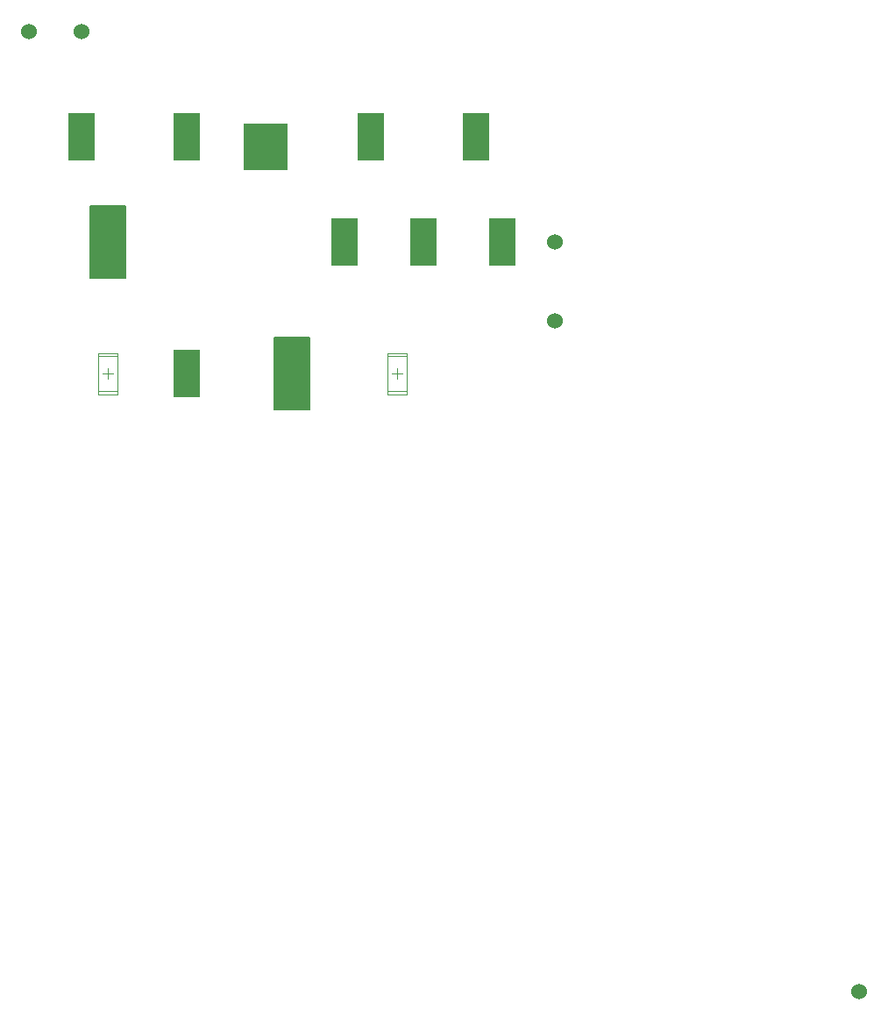
<source format=gbl>
G04*
G04 #@! TF.GenerationSoftware,Altium Limited,Altium Designer,22.0.2 (36)*
G04*
G04 Layer_Physical_Order=2*
G04 Layer_Color=16711680*
%FSLAX44Y44*%
%MOMM*%
G71*
G04*
G04 #@! TF.SameCoordinates,7D36B465-A226-4CCE-8017-CD82C348BD42*
G04*
G04*
G04 #@! TF.FilePolarity,Positive*
G04*
G01*
G75*
%ADD10C,0.1524*%
%ADD13C,0.0000*%
%ADD14C,0.0254*%
%ADD15C,0.1000*%
%ADD23C,1.5240*%
G36*
X1587360Y586994D02*
X1562240D01*
Y632206D01*
X1587360D01*
Y586994D01*
D02*
G37*
G36*
X1485760D02*
X1460640D01*
Y632206D01*
X1485760D01*
Y586994D01*
D02*
G37*
G36*
X1307960D02*
X1282840D01*
Y632206D01*
X1307960D01*
Y586994D01*
D02*
G37*
G36*
X1206360D02*
X1181240D01*
Y632206D01*
X1206360D01*
Y586994D01*
D02*
G37*
G36*
X1392936Y577596D02*
X1350264D01*
Y622300D01*
X1392936D01*
Y577596D01*
D02*
G37*
G36*
X1612760Y485394D02*
X1587640D01*
Y530606D01*
X1612760D01*
Y485394D01*
D02*
G37*
G36*
X1536560D02*
X1511440D01*
Y530606D01*
X1536560D01*
Y485394D01*
D02*
G37*
G36*
X1460360D02*
X1435240D01*
Y530606D01*
X1460360D01*
Y485394D01*
D02*
G37*
G36*
X1235837Y473456D02*
X1202563D01*
Y542544D01*
X1235837D01*
Y473456D01*
D02*
G37*
G36*
X1307960Y358394D02*
X1282840D01*
Y403606D01*
X1307960D01*
Y358394D01*
D02*
G37*
G36*
X1413637Y346456D02*
X1380363D01*
Y415544D01*
X1413637D01*
Y346456D01*
D02*
G37*
D10*
X1205090Y588264D02*
Y630936D01*
X1182510D02*
X1205090D01*
X1182510Y588264D02*
Y630936D01*
Y588264D02*
X1205090D01*
X1357116Y581406D02*
X1386084D01*
X1357116D02*
Y590423D01*
X1386084Y581406D02*
Y590423D01*
X1354074D02*
X1357116D01*
X1386084D02*
X1389126D01*
Y609473D01*
X1376934D02*
X1389126D01*
X1376934D02*
Y618490D01*
X1366266D02*
X1376934D01*
X1366266Y609473D02*
Y618490D01*
X1354074Y609473D02*
X1366266D01*
X1354074Y590423D02*
Y609473D01*
X1202563Y473456D02*
X1235837D01*
X1202563D02*
Y542544D01*
X1235837D01*
Y473456D02*
Y542544D01*
X1306690Y588264D02*
Y630936D01*
X1284110D02*
X1306690D01*
X1284110Y588264D02*
Y630936D01*
Y588264D02*
X1306690D01*
X1586090D02*
Y630936D01*
X1563510D02*
X1586090D01*
X1563510Y588264D02*
Y630936D01*
Y588264D02*
X1586090D01*
X1484490D02*
Y630936D01*
X1461910D02*
X1484490D01*
X1461910Y588264D02*
Y630936D01*
Y588264D02*
X1484490D01*
X1611490Y486664D02*
Y529336D01*
X1588910D02*
X1611490D01*
X1588910Y486664D02*
Y529336D01*
Y486664D02*
X1611490D01*
X1535290D02*
Y529336D01*
X1512710D02*
X1535290D01*
X1512710Y486664D02*
Y529336D01*
Y486664D02*
X1535290D01*
X1459090D02*
Y529336D01*
X1436510D02*
X1459090D01*
X1436510Y486664D02*
Y529336D01*
Y486664D02*
X1459090D01*
X1380363Y346456D02*
X1413637D01*
X1380363D02*
Y415544D01*
X1413637D01*
Y346456D02*
Y415544D01*
X1306690Y359664D02*
Y402336D01*
X1284110D02*
X1306690D01*
X1284110Y359664D02*
Y402336D01*
Y359664D02*
X1306690D01*
D13*
X1360424Y595503D02*
G03*
X1360424Y595503I-1270J0D01*
G01*
X1219962Y485394D02*
G03*
X1219962Y485394I-762J0D01*
G01*
X1397762Y358394D02*
G03*
X1397762Y358394I-762J0D01*
G01*
D14*
X1185050Y592836D02*
X1202550D01*
X1185050D02*
Y626364D01*
X1202550D01*
Y592836D02*
Y626364D01*
X1185050Y620776D02*
Y626364D01*
X1202550D01*
Y620776D02*
Y626364D01*
X1185050Y620776D02*
X1202550D01*
Y592836D02*
Y598424D01*
X1185050Y592836D02*
X1202550D01*
X1185050D02*
Y598424D01*
X1202550D01*
X1356614Y592963D02*
Y606933D01*
X1386586D01*
Y592963D02*
Y606933D01*
X1356614Y592963D02*
X1386586D01*
X1369060Y606933D02*
Y612394D01*
X1374140D01*
Y606933D02*
Y612394D01*
X1369060Y606933D02*
X1374140D01*
X1383290Y587502D02*
Y592963D01*
X1378210Y587502D02*
X1383290D01*
X1378210D02*
Y592963D01*
X1383290D01*
X1364990Y587502D02*
Y592963D01*
X1359910Y587502D02*
X1364990D01*
X1359910D02*
Y592963D01*
X1364990D01*
X1209294Y485394D02*
X1229106D01*
X1209294Y479552D02*
Y485394D01*
Y479552D02*
X1229106D01*
Y485394D01*
X1209294Y530606D02*
X1229106D01*
Y536448D01*
X1209294D02*
X1229106D01*
X1209294Y530606D02*
Y536448D01*
X1205103Y492443D02*
X1212151Y485394D01*
X1226248D02*
X1233297Y492443D01*
Y485394D02*
Y530606D01*
X1205103D02*
X1233297D01*
X1205103Y485394D02*
Y530606D01*
Y485394D02*
X1233297D01*
X1286650Y592836D02*
X1304150D01*
X1286650D02*
Y626364D01*
X1304150D01*
Y592836D02*
Y626364D01*
X1286650Y620776D02*
Y626364D01*
X1304150D01*
Y620776D02*
Y626364D01*
X1286650Y620776D02*
X1304150D01*
Y592836D02*
Y598424D01*
X1286650Y592836D02*
X1304150D01*
X1286650D02*
Y598424D01*
X1304150D01*
X1566050Y592836D02*
X1583550D01*
X1566050D02*
Y626364D01*
X1583550D01*
Y592836D02*
Y626364D01*
X1566050Y620776D02*
Y626364D01*
X1583550D01*
Y620776D02*
Y626364D01*
X1566050Y620776D02*
X1583550D01*
Y592836D02*
Y598424D01*
X1566050Y592836D02*
X1583550D01*
X1566050D02*
Y598424D01*
X1583550D01*
X1464450Y592836D02*
X1481950D01*
X1464450D02*
Y626364D01*
X1481950D01*
Y592836D02*
Y626364D01*
X1464450Y620776D02*
Y626364D01*
X1481950D01*
Y620776D02*
Y626364D01*
X1464450Y620776D02*
X1481950D01*
Y592836D02*
Y598424D01*
X1464450Y592836D02*
X1481950D01*
X1464450D02*
Y598424D01*
X1481950D01*
X1591450Y491236D02*
X1608950D01*
X1591450D02*
Y524764D01*
X1608950D01*
Y491236D02*
Y524764D01*
X1591450Y519176D02*
Y524764D01*
X1608950D01*
Y519176D02*
Y524764D01*
X1591450Y519176D02*
X1608950D01*
Y491236D02*
Y496824D01*
X1591450Y491236D02*
X1608950D01*
X1591450D02*
Y496824D01*
X1608950D01*
X1515250Y491236D02*
X1532750D01*
X1515250D02*
Y524764D01*
X1532750D01*
Y491236D02*
Y524764D01*
X1515250Y519176D02*
Y524764D01*
X1532750D01*
Y519176D02*
Y524764D01*
X1515250Y519176D02*
X1532750D01*
Y491236D02*
Y496824D01*
X1515250Y491236D02*
X1532750D01*
X1515250D02*
Y496824D01*
X1532750D01*
X1439050Y491236D02*
X1456550D01*
X1439050D02*
Y524764D01*
X1456550D01*
Y491236D02*
Y524764D01*
X1439050Y519176D02*
Y524764D01*
X1456550D01*
Y519176D02*
Y524764D01*
X1439050Y519176D02*
X1456550D01*
Y491236D02*
Y496824D01*
X1439050Y491236D02*
X1456550D01*
X1439050D02*
Y496824D01*
X1456550D01*
X1387094Y358394D02*
X1406906D01*
X1387094Y352552D02*
Y358394D01*
Y352552D02*
X1406906D01*
Y358394D01*
X1387094Y403606D02*
X1406906D01*
Y409448D01*
X1387094D02*
X1406906D01*
X1387094Y403606D02*
Y409448D01*
X1382903Y365443D02*
X1389951Y358394D01*
X1404048D02*
X1411097Y365443D01*
Y358394D02*
Y403606D01*
X1382903D02*
X1411097D01*
X1382903Y358394D02*
Y403606D01*
Y358394D02*
X1411097D01*
X1286650Y364236D02*
X1304150D01*
X1286650D02*
Y397764D01*
X1304150D01*
Y364236D02*
Y397764D01*
X1286650Y392176D02*
Y397764D01*
X1304150D01*
Y392176D02*
Y397764D01*
X1286650Y392176D02*
X1304150D01*
Y364236D02*
Y369824D01*
X1286650Y364236D02*
X1304150D01*
X1286650D02*
Y369824D01*
X1304150D01*
D15*
X1228200Y364000D02*
Y398000D01*
X1210200Y364000D02*
Y398000D01*
X1228200D01*
X1210200Y364000D02*
X1228200D01*
X1507600D02*
Y398000D01*
X1489600Y364000D02*
Y398000D01*
X1507600D01*
X1489600Y364000D02*
X1507600D01*
X1214200Y381000D02*
X1224200D01*
X1219200Y376000D02*
Y386000D01*
X1228700Y361000D02*
Y401000D01*
X1209700Y361000D02*
Y401000D01*
X1228700D01*
X1209700Y361000D02*
X1228700D01*
X1493600Y381000D02*
X1503600D01*
X1498600Y376000D02*
Y386000D01*
X1508100Y361000D02*
Y401000D01*
X1489100Y361000D02*
Y401000D01*
X1508100D01*
X1489100Y361000D02*
X1508100D01*
D23*
X1651000Y508000D02*
D03*
Y431800D02*
D03*
X1143000Y711200D02*
D03*
X1193800D02*
D03*
X1944370Y-215900D02*
D03*
M02*

</source>
